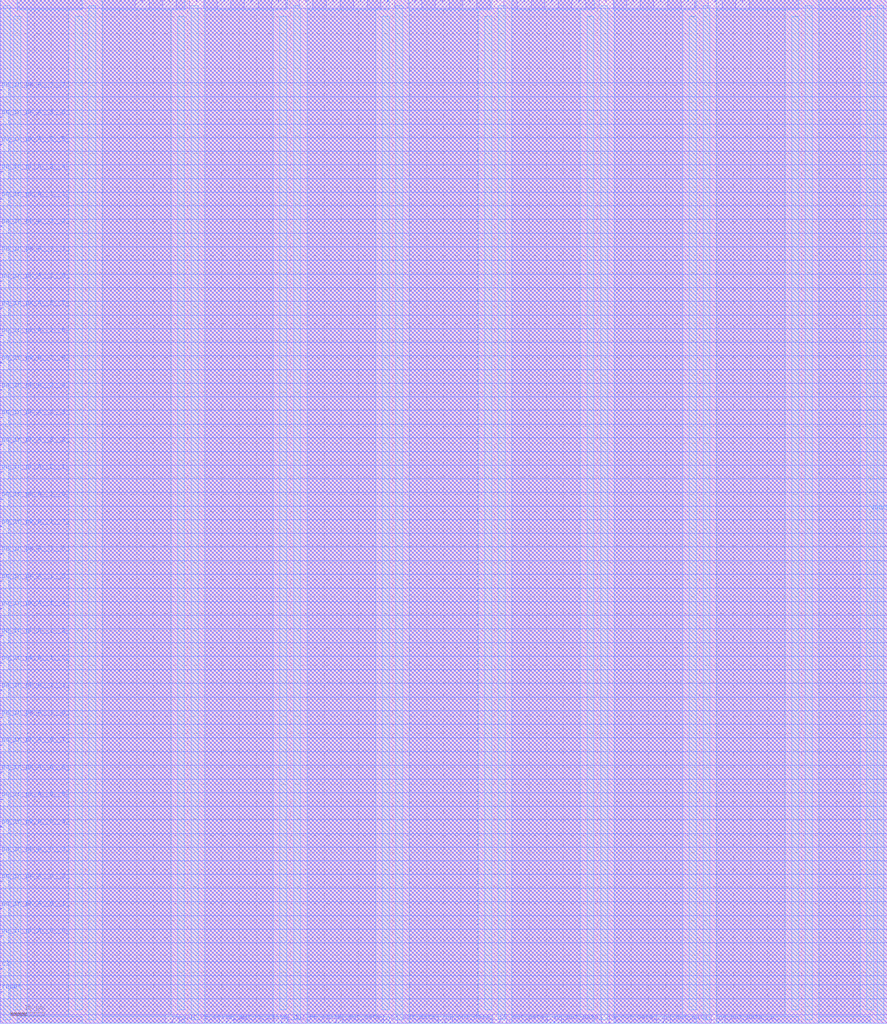
<source format=lef>
###############################################################
#  Generated by:      Cadence Innovus 21.14-s109_1
#  OS:                Linux x86_64(Host ID eecs2420p06.engin.umich.edu)
#  Generated on:      Sun Mar 26 16:31:44 2023
#  Design:            PE_POOL
#  Command:           write_lef_abstract /afs/umich.edu/class/eecs627/w23/groups/group4/CNN_LSTM/CNN_POOL_ReLU/apr/PE_POOL/data/PE_POOL.lef -specifyTopLayer 4 -stripePin -PGpinLayers 4
###############################################################

VERSION 5.8 ;

BUSBITCHARS "[]" ;
DIVIDERCHAR "/" ;

MACRO PE_POOL
  CLASS BLOCK ;
  SIZE 260.000000 BY 300.000000 ;
  FOREIGN PE_POOL 0.000000 0.000000 ;
  ORIGIN 0 0 ;
  SYMMETRY X Y R90 ;
  PIN clk
    DIRECTION INPUT ;
    USE SIGNAL ;
    ANTENNAPARTIALMETALAREA 1.54 LAYER M3  ;
    ANTENNAPARTIALMETALSIDEAREA 0.0158 LAYER M3  ;
    ANTENNAMODEL OXIDE1 ;
    ANTENNAGATEAREA 0.8352 LAYER M3  ;
    ANTENNAMAXAREACAR 2.83812 LAYER M3  ;
    ANTENNAMAXSIDEAREACAR 0.0291906 LAYER M3  ;
    ANTENNAMAXCUTCAR 0.143678 LAYER V3  ;
    PORT
      LAYER M3 ;
        RECT 0.000000 15.900000 0.600000 16.100000 ;
    END
  END clk
  PIN reset
    DIRECTION INPUT ;
    USE SIGNAL ;
    ANTENNAPARTIALMETALAREA 1.3 LAYER M3  ;
    ANTENNAPARTIALMETALSIDEAREA 0.0134 LAYER M3  ;
    ANTENNAMODEL OXIDE1 ;
    ANTENNAGATEAREA 0.4848 LAYER M3  ;
    ANTENNAMAXAREACAR 18.5759 LAYER M3  ;
    ANTENNAMAXSIDEAREACAR 0.186427 LAYER M3  ;
    ANTENNAMAXCUTCAR 0.330033 LAYER V3  ;
    PORT
      LAYER M3 ;
        RECT 0.000000 9.100000 0.600000 9.300000 ;
    END
  END reset
  PIN pe_in_pk_PE_state__2_
    DIRECTION INPUT ;
    USE SIGNAL ;
    ANTENNAPARTIALMETALAREA 5.1 LAYER M2  ;
    ANTENNAPARTIALMETALSIDEAREA 0.051 LAYER M2  ;
    ANTENNAMODEL OXIDE1 ;
    ANTENNAGATEAREA 0.0624 LAYER M2  ;
    ANTENNAMAXAREACAR 84.1667 LAYER M2  ;
    ANTENNAMAXSIDEAREACAR 0.842308 LAYER M2  ;
    ANTENNAMAXCUTCAR 0.641026 LAYER V2  ;
    PORT
      LAYER M2 ;
        RECT 57.500000 299.400000 57.700000 300.000000 ;
    END
  END pe_in_pk_PE_state__2_
  PIN pe_in_pk_PE_state__1_
    DIRECTION INPUT ;
    USE SIGNAL ;
    ANTENNAPARTIALMETALAREA 3.98 LAYER M2  ;
    ANTENNAPARTIALMETALSIDEAREA 0.0398 LAYER M2  ;
    ANTENNAPARTIALCUTAREA 0.08 LAYER V2  ;
    ANTENNAPARTIALMETALAREA 0.84 LAYER M3  ;
    ANTENNAPARTIALMETALSIDEAREA 0.0088 LAYER M3  ;
    ANTENNAMODEL OXIDE1 ;
    ANTENNAGATEAREA 0.0624 LAYER M3  ;
    ANTENNAMAXAREACAR 30.641 LAYER M3  ;
    ANTENNAMAXSIDEAREACAR 0.319872 LAYER M3  ;
    ANTENNAMAXCUTCAR 1.92308 LAYER V3  ;
    PORT
      LAYER M2 ;
        RECT 49.500000 299.400000 49.700000 300.000000 ;
    END
  END pe_in_pk_PE_state__1_
  PIN pe_in_pk_PE_state__0_
    DIRECTION INPUT ;
    USE SIGNAL ;
    ANTENNAPARTIALMETALAREA 3.26 LAYER M2  ;
    ANTENNAPARTIALMETALSIDEAREA 0.0326 LAYER M2  ;
    ANTENNAPARTIALCUTAREA 0.08 LAYER V2  ;
    ANTENNAPARTIALMETALAREA 0.92 LAYER M3  ;
    ANTENNAPARTIALMETALSIDEAREA 0.0096 LAYER M3  ;
    ANTENNAMODEL OXIDE1 ;
    ANTENNAGATEAREA 0.0624 LAYER M3  ;
    ANTENNAMAXAREACAR 57.5641 LAYER M3  ;
    ANTENNAMAXSIDEAREACAR 0.589103 LAYER M3  ;
    ANTENNAMAXCUTCAR 1.92308 LAYER V3  ;
    PORT
      LAYER M2 ;
        RECT 41.500000 299.400000 41.700000 300.000000 ;
    END
  END pe_in_pk_PE_state__0_
  PIN pe_in_pk_A__3__7_
    DIRECTION INPUT ;
    USE SIGNAL ;
    ANTENNAPARTIALMETALAREA 3.58 LAYER M3  ;
    ANTENNAPARTIALMETALSIDEAREA 0.0358 LAYER M3  ;
    ANTENNAMODEL OXIDE1 ;
    ANTENNAGATEAREA 0.0624 LAYER M3  ;
    ANTENNAMAXAREACAR 68.141 LAYER M3  ;
    ANTENNAMAXSIDEAREACAR 0.688462 LAYER M3  ;
    ANTENNAMAXCUTCAR 1.92308 LAYER V3  ;
    PORT
      LAYER M3 ;
        RECT 0.000000 273.500000 0.600000 273.700000 ;
    END
  END pe_in_pk_A__3__7_
  PIN pe_in_pk_A__3__6_
    DIRECTION INPUT ;
    USE SIGNAL ;
    ANTENNAPARTIALMETALAREA 2.54 LAYER M3  ;
    ANTENNAPARTIALMETALSIDEAREA 0.0254 LAYER M3  ;
    ANTENNAMODEL OXIDE1 ;
    ANTENNAGATEAREA 0.0624 LAYER M3  ;
    ANTENNAMAXAREACAR 48.9103 LAYER M3  ;
    ANTENNAMAXSIDEAREACAR 0.496154 LAYER M3  ;
    ANTENNAMAXCUTCAR 1.92308 LAYER V3  ;
    PORT
      LAYER M3 ;
        RECT 0.000000 265.500000 0.600000 265.700000 ;
    END
  END pe_in_pk_A__3__6_
  PIN pe_in_pk_A__3__5_
    DIRECTION INPUT ;
    USE SIGNAL ;
    ANTENNAPARTIALMETALAREA 2.14 LAYER M3  ;
    ANTENNAPARTIALMETALSIDEAREA 0.0214 LAYER M3  ;
    ANTENNAMODEL OXIDE1 ;
    ANTENNAGATEAREA 0.0624 LAYER M3  ;
    ANTENNAMAXAREACAR 39.9359 LAYER M3  ;
    ANTENNAMAXSIDEAREACAR 0.40641 LAYER M3  ;
    ANTENNAMAXCUTCAR 1.92308 LAYER V3  ;
    PORT
      LAYER M3 ;
        RECT 0.000000 257.500000 0.600000 257.700000 ;
    END
  END pe_in_pk_A__3__5_
  PIN pe_in_pk_A__3__4_
    DIRECTION INPUT ;
    USE SIGNAL ;
    ANTENNAPARTIALMETALAREA 2.06 LAYER M3  ;
    ANTENNAPARTIALMETALSIDEAREA 0.0206 LAYER M3  ;
    ANTENNAMODEL OXIDE1 ;
    ANTENNAGATEAREA 0.0624 LAYER M3  ;
    ANTENNAMAXAREACAR 37.3718 LAYER M3  ;
    ANTENNAMAXSIDEAREACAR 0.380769 LAYER M3  ;
    ANTENNAMAXCUTCAR 1.92308 LAYER V3  ;
    PORT
      LAYER M3 ;
        RECT 0.000000 249.500000 0.600000 249.700000 ;
    END
  END pe_in_pk_A__3__4_
  PIN pe_in_pk_A__3__3_
    DIRECTION INPUT ;
    USE SIGNAL ;
    ANTENNAPARTIALMETALAREA 1.82 LAYER M3  ;
    ANTENNAPARTIALMETALSIDEAREA 0.0182 LAYER M3  ;
    ANTENNAMODEL OXIDE1 ;
    ANTENNAGATEAREA 0.0624 LAYER M3  ;
    ANTENNAMAXAREACAR 34.8077 LAYER M3  ;
    ANTENNAMAXSIDEAREACAR 0.355128 LAYER M3  ;
    ANTENNAMAXCUTCAR 1.92308 LAYER V3  ;
    PORT
      LAYER M3 ;
        RECT 0.000000 241.500000 0.600000 241.700000 ;
    END
  END pe_in_pk_A__3__3_
  PIN pe_in_pk_A__3__2_
    DIRECTION INPUT ;
    USE SIGNAL ;
    ANTENNAPARTIALMETALAREA 2.06 LAYER M3  ;
    ANTENNAPARTIALMETALSIDEAREA 0.0206 LAYER M3  ;
    ANTENNAMODEL OXIDE1 ;
    ANTENNAGATEAREA 0.0624 LAYER M3  ;
    ANTENNAMAXAREACAR 41.2179 LAYER M3  ;
    ANTENNAMAXSIDEAREACAR 0.419231 LAYER M3  ;
    ANTENNAMAXCUTCAR 1.92308 LAYER V3  ;
    PORT
      LAYER M3 ;
        RECT 0.000000 233.500000 0.600000 233.700000 ;
    END
  END pe_in_pk_A__3__2_
  PIN pe_in_pk_A__3__1_
    DIRECTION INPUT ;
    USE SIGNAL ;
    ANTENNAPARTIALMETALAREA 2.14 LAYER M3  ;
    ANTENNAPARTIALMETALSIDEAREA 0.0214 LAYER M3  ;
    ANTENNAMODEL OXIDE1 ;
    ANTENNAGATEAREA 0.0624 LAYER M3  ;
    ANTENNAMAXAREACAR 38.6538 LAYER M3  ;
    ANTENNAMAXSIDEAREACAR 0.39359 LAYER M3  ;
    ANTENNAMAXCUTCAR 1.92308 LAYER V3  ;
    PORT
      LAYER M3 ;
        RECT 0.000000 225.500000 0.600000 225.700000 ;
    END
  END pe_in_pk_A__3__1_
  PIN pe_in_pk_A__3__0_
    DIRECTION INPUT ;
    USE SIGNAL ;
    ANTENNAPARTIALMETALAREA 2.06 LAYER M3  ;
    ANTENNAPARTIALMETALSIDEAREA 0.0206 LAYER M3  ;
    ANTENNAMODEL OXIDE1 ;
    ANTENNAGATEAREA 0.0624 LAYER M3  ;
    ANTENNAMAXAREACAR 46.3462 LAYER M3  ;
    ANTENNAMAXSIDEAREACAR 0.470513 LAYER M3  ;
    ANTENNAMAXCUTCAR 1.92308 LAYER V3  ;
    PORT
      LAYER M3 ;
        RECT 0.000000 217.500000 0.600000 217.700000 ;
    END
  END pe_in_pk_A__3__0_
  PIN pe_in_pk_A__2__7_
    DIRECTION INPUT ;
    USE SIGNAL ;
    ANTENNAPARTIALMETALAREA 1.82 LAYER M3  ;
    ANTENNAPARTIALMETALSIDEAREA 0.0182 LAYER M3  ;
    ANTENNAMODEL OXIDE1 ;
    ANTENNAGATEAREA 0.0624 LAYER M3  ;
    ANTENNAMAXAREACAR 42.5 LAYER M3  ;
    ANTENNAMAXSIDEAREACAR 0.432051 LAYER M3  ;
    ANTENNAMAXCUTCAR 1.92308 LAYER V3  ;
    PORT
      LAYER M3 ;
        RECT 0.000000 209.500000 0.600000 209.700000 ;
    END
  END pe_in_pk_A__2__7_
  PIN pe_in_pk_A__2__6_
    DIRECTION INPUT ;
    USE SIGNAL ;
    ANTENNAPARTIALMETALAREA 1.58 LAYER M3  ;
    ANTENNAPARTIALMETALSIDEAREA 0.0158 LAYER M3  ;
    ANTENNAMODEL OXIDE1 ;
    ANTENNAGATEAREA 0.0624 LAYER M3  ;
    ANTENNAMAXAREACAR 38.6538 LAYER M3  ;
    ANTENNAMAXSIDEAREACAR 0.39359 LAYER M3  ;
    ANTENNAMAXCUTCAR 1.92308 LAYER V3  ;
    PORT
      LAYER M3 ;
        RECT 0.000000 201.500000 0.600000 201.700000 ;
    END
  END pe_in_pk_A__2__6_
  PIN pe_in_pk_A__2__5_
    DIRECTION INPUT ;
    USE SIGNAL ;
    ANTENNAPARTIALMETALAREA 1.74 LAYER M3  ;
    ANTENNAPARTIALMETALSIDEAREA 0.0174 LAYER M3  ;
    ANTENNAMODEL OXIDE1 ;
    ANTENNAGATEAREA 0.0624 LAYER M3  ;
    ANTENNAMAXAREACAR 38.6538 LAYER M3  ;
    ANTENNAMAXSIDEAREACAR 0.39359 LAYER M3  ;
    ANTENNAMAXCUTCAR 1.92308 LAYER V3  ;
    PORT
      LAYER M3 ;
        RECT 0.000000 193.500000 0.600000 193.700000 ;
    END
  END pe_in_pk_A__2__5_
  PIN pe_in_pk_A__2__4_
    DIRECTION INPUT ;
    USE SIGNAL ;
    ANTENNAPARTIALMETALAREA 1.9 LAYER M3  ;
    ANTENNAPARTIALMETALSIDEAREA 0.019 LAYER M3  ;
    ANTENNAMODEL OXIDE1 ;
    ANTENNAGATEAREA 0.0624 LAYER M3  ;
    ANTENNAMAXAREACAR 36.0897 LAYER M3  ;
    ANTENNAMAXSIDEAREACAR 0.367949 LAYER M3  ;
    ANTENNAMAXCUTCAR 1.92308 LAYER V3  ;
    PORT
      LAYER M3 ;
        RECT 0.000000 185.500000 0.600000 185.700000 ;
    END
  END pe_in_pk_A__2__4_
  PIN pe_in_pk_A__2__3_
    DIRECTION INPUT ;
    USE SIGNAL ;
    ANTENNAPARTIALMETALAREA 1.66 LAYER M3  ;
    ANTENNAPARTIALMETALSIDEAREA 0.0166 LAYER M3  ;
    ANTENNAMODEL OXIDE1 ;
    ANTENNAGATEAREA 0.0624 LAYER M3  ;
    ANTENNAMAXAREACAR 38.6538 LAYER M3  ;
    ANTENNAMAXSIDEAREACAR 0.39359 LAYER M3  ;
    ANTENNAMAXCUTCAR 1.92308 LAYER V3  ;
    PORT
      LAYER M3 ;
        RECT 0.000000 177.500000 0.600000 177.700000 ;
    END
  END pe_in_pk_A__2__3_
  PIN pe_in_pk_A__2__2_
    DIRECTION INPUT ;
    USE SIGNAL ;
    ANTENNAPARTIALMETALAREA 1.66 LAYER M3  ;
    ANTENNAPARTIALMETALSIDEAREA 0.0166 LAYER M3  ;
    ANTENNAMODEL OXIDE1 ;
    ANTENNAGATEAREA 0.0624 LAYER M3  ;
    ANTENNAMAXAREACAR 32.2436 LAYER M3  ;
    ANTENNAMAXSIDEAREACAR 0.329487 LAYER M3  ;
    ANTENNAMAXCUTCAR 1.92308 LAYER V3  ;
    PORT
      LAYER M3 ;
        RECT 0.000000 169.500000 0.600000 169.700000 ;
    END
  END pe_in_pk_A__2__2_
  PIN pe_in_pk_A__2__1_
    DIRECTION INPUT ;
    USE SIGNAL ;
    ANTENNAPARTIALMETALAREA 1.66 LAYER M3  ;
    ANTENNAPARTIALMETALSIDEAREA 0.0166 LAYER M3  ;
    ANTENNAMODEL OXIDE1 ;
    ANTENNAGATEAREA 0.0624 LAYER M3  ;
    ANTENNAMAXAREACAR 34.8077 LAYER M3  ;
    ANTENNAMAXSIDEAREACAR 0.355128 LAYER M3  ;
    ANTENNAMAXCUTCAR 1.92308 LAYER V3  ;
    PORT
      LAYER M3 ;
        RECT 0.000000 161.500000 0.600000 161.700000 ;
    END
  END pe_in_pk_A__2__1_
  PIN pe_in_pk_A__2__0_
    DIRECTION INPUT ;
    USE SIGNAL ;
    ANTENNAPARTIALMETALAREA 1.66 LAYER M3  ;
    ANTENNAPARTIALMETALSIDEAREA 0.0166 LAYER M3  ;
    ANTENNAMODEL OXIDE1 ;
    ANTENNAGATEAREA 0.0624 LAYER M3  ;
    ANTENNAMAXAREACAR 37.3718 LAYER M3  ;
    ANTENNAMAXSIDEAREACAR 0.380769 LAYER M3  ;
    ANTENNAMAXCUTCAR 1.92308 LAYER V3  ;
    PORT
      LAYER M3 ;
        RECT 0.000000 153.500000 0.600000 153.700000 ;
    END
  END pe_in_pk_A__2__0_
  PIN pe_in_pk_A__1__7_
    DIRECTION INPUT ;
    USE SIGNAL ;
    ANTENNAPARTIALMETALAREA 1.42 LAYER M3  ;
    ANTENNAPARTIALMETALSIDEAREA 0.0142 LAYER M3  ;
    ANTENNAMODEL OXIDE1 ;
    ANTENNAGATEAREA 0.0624 LAYER M3  ;
    ANTENNAMAXAREACAR 39.9359 LAYER M3  ;
    ANTENNAMAXSIDEAREACAR 0.40641 LAYER M3  ;
    ANTENNAMAXCUTCAR 1.92308 LAYER V3  ;
    PORT
      LAYER M3 ;
        RECT 0.000000 145.500000 0.600000 145.700000 ;
    END
  END pe_in_pk_A__1__7_
  PIN pe_in_pk_A__1__6_
    DIRECTION INPUT ;
    USE SIGNAL ;
    ANTENNAPARTIALMETALAREA 1.5 LAYER M3  ;
    ANTENNAPARTIALMETALSIDEAREA 0.015 LAYER M3  ;
    ANTENNAPARTIALCUTAREA 0.08 LAYER V3  ;
    ANTENNAPARTIALMETALAREA 0.28 LAYER M4  ;
    ANTENNAPARTIALMETALSIDEAREA 0.0032 LAYER M4  ;
    ANTENNAMODEL OXIDE1 ;
    ANTENNAGATEAREA 0.0624 LAYER M4  ;
    ANTENNAMAXAREACAR 36.4103 LAYER M4  ;
    ANTENNAMAXSIDEAREACAR 0.383974 LAYER M4  ;
    ANTENNAMAXCUTCAR 3.20513 LAYER V4  ;
    PORT
      LAYER M3 ;
        RECT 0.000000 137.500000 0.600000 137.700000 ;
    END
  END pe_in_pk_A__1__6_
  PIN pe_in_pk_A__1__5_
    DIRECTION INPUT ;
    USE SIGNAL ;
    ANTENNAPARTIALMETALAREA 1.74 LAYER M3  ;
    ANTENNAPARTIALMETALSIDEAREA 0.0174 LAYER M3  ;
    ANTENNAMODEL OXIDE1 ;
    ANTENNAGATEAREA 0.0624 LAYER M3  ;
    ANTENNAMAXAREACAR 47.6282 LAYER M3  ;
    ANTENNAMAXSIDEAREACAR 0.483333 LAYER M3  ;
    ANTENNAMAXCUTCAR 1.92308 LAYER V3  ;
    PORT
      LAYER M3 ;
        RECT 0.000000 129.500000 0.600000 129.700000 ;
    END
  END pe_in_pk_A__1__5_
  PIN pe_in_pk_A__1__4_
    DIRECTION INPUT ;
    USE SIGNAL ;
    ANTENNAPARTIALMETALAREA 1.74 LAYER M3  ;
    ANTENNAPARTIALMETALSIDEAREA 0.0174 LAYER M3  ;
    ANTENNAMODEL OXIDE1 ;
    ANTENNAGATEAREA 0.0624 LAYER M3  ;
    ANTENNAMAXAREACAR 45.0641 LAYER M3  ;
    ANTENNAMAXSIDEAREACAR 0.457692 LAYER M3  ;
    ANTENNAMAXCUTCAR 1.92308 LAYER V3  ;
    PORT
      LAYER M3 ;
        RECT 0.000000 121.500000 0.600000 121.700000 ;
    END
  END pe_in_pk_A__1__4_
  PIN pe_in_pk_A__1__3_
    DIRECTION INPUT ;
    USE SIGNAL ;
    ANTENNAPARTIALMETALAREA 1.74 LAYER M3  ;
    ANTENNAPARTIALMETALSIDEAREA 0.0174 LAYER M3  ;
    ANTENNAMODEL OXIDE1 ;
    ANTENNAGATEAREA 0.0624 LAYER M3  ;
    ANTENNAMAXAREACAR 33.5256 LAYER M3  ;
    ANTENNAMAXSIDEAREACAR 0.342308 LAYER M3  ;
    ANTENNAMAXCUTCAR 1.92308 LAYER V3  ;
    PORT
      LAYER M3 ;
        RECT 0.000000 113.500000 0.600000 113.700000 ;
    END
  END pe_in_pk_A__1__3_
  PIN pe_in_pk_A__1__2_
    DIRECTION INPUT ;
    USE SIGNAL ;
    ANTENNAPARTIALMETALAREA 1.82 LAYER M3  ;
    ANTENNAPARTIALMETALSIDEAREA 0.0182 LAYER M3  ;
    ANTENNAMODEL OXIDE1 ;
    ANTENNAGATEAREA 0.0624 LAYER M3  ;
    ANTENNAMAXAREACAR 56.6026 LAYER M3  ;
    ANTENNAMAXSIDEAREACAR 0.573077 LAYER M3  ;
    ANTENNAMAXCUTCAR 1.92308 LAYER V3  ;
    PORT
      LAYER M3 ;
        RECT 0.000000 105.500000 0.600000 105.700000 ;
    END
  END pe_in_pk_A__1__2_
  PIN pe_in_pk_A__1__1_
    DIRECTION INPUT ;
    USE SIGNAL ;
    ANTENNAPARTIALMETALAREA 1.74 LAYER M3  ;
    ANTENNAPARTIALMETALSIDEAREA 0.0174 LAYER M3  ;
    ANTENNAMODEL OXIDE1 ;
    ANTENNAGATEAREA 0.0624 LAYER M3  ;
    ANTENNAMAXAREACAR 52.7564 LAYER M3  ;
    ANTENNAMAXSIDEAREACAR 0.534615 LAYER M3  ;
    ANTENNAMAXCUTCAR 1.28205 LAYER V3  ;
    PORT
      LAYER M3 ;
        RECT 0.000000 97.500000 0.600000 97.700000 ;
    END
  END pe_in_pk_A__1__1_
  PIN pe_in_pk_A__1__0_
    DIRECTION INPUT ;
    USE SIGNAL ;
    ANTENNAPARTIALMETALAREA 1.5 LAYER M3  ;
    ANTENNAPARTIALMETALSIDEAREA 0.015 LAYER M3  ;
    ANTENNAMODEL OXIDE1 ;
    ANTENNAGATEAREA 0.0624 LAYER M3  ;
    ANTENNAMAXAREACAR 32.2436 LAYER M3  ;
    ANTENNAMAXSIDEAREACAR 0.329487 LAYER M3  ;
    ANTENNAMAXCUTCAR 1.92308 LAYER V3  ;
    PORT
      LAYER M3 ;
        RECT 0.000000 89.500000 0.600000 89.700000 ;
    END
  END pe_in_pk_A__1__0_
  PIN pe_in_pk_A__0__7_
    DIRECTION INPUT ;
    USE SIGNAL ;
    ANTENNAPARTIALMETALAREA 1.82 LAYER M3  ;
    ANTENNAPARTIALMETALSIDEAREA 0.0182 LAYER M3  ;
    ANTENNAMODEL OXIDE1 ;
    ANTENNAGATEAREA 0.0624 LAYER M3  ;
    ANTENNAMAXAREACAR 50.1923 LAYER M3  ;
    ANTENNAMAXSIDEAREACAR 0.508974 LAYER M3  ;
    ANTENNAMAXCUTCAR 1.28205 LAYER V3  ;
    PORT
      LAYER M3 ;
        RECT 0.000000 81.500000 0.600000 81.700000 ;
    END
  END pe_in_pk_A__0__7_
  PIN pe_in_pk_A__0__6_
    DIRECTION INPUT ;
    USE SIGNAL ;
    ANTENNAPARTIALMETALAREA 1.78 LAYER M3  ;
    ANTENNAPARTIALMETALSIDEAREA 0.0182 LAYER M3  ;
    ANTENNAMODEL OXIDE1 ;
    ANTENNAGATEAREA 0.0624 LAYER M3  ;
    ANTENNAMAXAREACAR 32.8846 LAYER M3  ;
    ANTENNAMAXSIDEAREACAR 0.342308 LAYER M3  ;
    ANTENNAMAXCUTCAR 1.92308 LAYER V3  ;
    PORT
      LAYER M3 ;
        RECT 0.000000 73.500000 0.600000 73.700000 ;
    END
  END pe_in_pk_A__0__6_
  PIN pe_in_pk_A__0__5_
    DIRECTION INPUT ;
    USE SIGNAL ;
    ANTENNAPARTIALMETALAREA 1.66 LAYER M3  ;
    ANTENNAPARTIALMETALSIDEAREA 0.0166 LAYER M3  ;
    ANTENNAPARTIALCUTAREA 0.08 LAYER V3  ;
    ANTENNAPARTIALMETALAREA 0.68 LAYER M4  ;
    ANTENNAPARTIALMETALSIDEAREA 0.0072 LAYER M4  ;
    ANTENNAMODEL OXIDE1 ;
    ANTENNAGATEAREA 0.0624 LAYER M4  ;
    ANTENNAMAXAREACAR 17.1795 LAYER M4  ;
    ANTENNAMAXSIDEAREACAR 0.191667 LAYER M4  ;
    ANTENNAMAXCUTCAR 3.20513 LAYER V4  ;
    PORT
      LAYER M3 ;
        RECT 0.000000 65.500000 0.600000 65.700000 ;
    END
  END pe_in_pk_A__0__5_
  PIN pe_in_pk_A__0__4_
    DIRECTION INPUT ;
    USE SIGNAL ;
    ANTENNAPARTIALMETALAREA 1.5 LAYER M3  ;
    ANTENNAPARTIALMETALSIDEAREA 0.015 LAYER M3  ;
    ANTENNAMODEL OXIDE1 ;
    ANTENNAGATEAREA 0.0624 LAYER M3  ;
    ANTENNAMAXAREACAR 36.0897 LAYER M3  ;
    ANTENNAMAXSIDEAREACAR 0.367949 LAYER M3  ;
    ANTENNAMAXCUTCAR 1.92308 LAYER V3  ;
    PORT
      LAYER M3 ;
        RECT 0.000000 57.500000 0.600000 57.700000 ;
    END
  END pe_in_pk_A__0__4_
  PIN pe_in_pk_A__0__3_
    DIRECTION INPUT ;
    USE SIGNAL ;
    ANTENNAPARTIALMETALAREA 2.14 LAYER M3  ;
    ANTENNAPARTIALMETALSIDEAREA 0.0214 LAYER M3  ;
    ANTENNAMODEL OXIDE1 ;
    ANTENNAGATEAREA 0.0624 LAYER M3  ;
    ANTENNAMAXAREACAR 42.5 LAYER M3  ;
    ANTENNAMAXSIDEAREACAR 0.432051 LAYER M3  ;
    ANTENNAMAXCUTCAR 1.92308 LAYER V3  ;
    PORT
      LAYER M3 ;
        RECT 0.000000 49.500000 0.600000 49.700000 ;
    END
  END pe_in_pk_A__0__3_
  PIN pe_in_pk_A__0__2_
    DIRECTION INPUT ;
    USE SIGNAL ;
    ANTENNAPARTIALMETALAREA 1.66 LAYER M3  ;
    ANTENNAPARTIALMETALSIDEAREA 0.0166 LAYER M3  ;
    ANTENNAMODEL OXIDE1 ;
    ANTENNAGATEAREA 0.0624 LAYER M3  ;
    ANTENNAMAXAREACAR 32.2436 LAYER M3  ;
    ANTENNAMAXSIDEAREACAR 0.329487 LAYER M3  ;
    ANTENNAMAXCUTCAR 1.92308 LAYER V3  ;
    PORT
      LAYER M3 ;
        RECT 0.000000 41.500000 0.600000 41.700000 ;
    END
  END pe_in_pk_A__0__2_
  PIN pe_in_pk_A__0__1_
    DIRECTION INPUT ;
    USE SIGNAL ;
    ANTENNAPARTIALMETALAREA 1.58 LAYER M3  ;
    ANTENNAPARTIALMETALSIDEAREA 0.0158 LAYER M3  ;
    ANTENNAMODEL OXIDE1 ;
    ANTENNAGATEAREA 0.0624 LAYER M3  ;
    ANTENNAMAXAREACAR 29.6795 LAYER M3  ;
    ANTENNAMAXSIDEAREACAR 0.303846 LAYER M3  ;
    ANTENNAMAXCUTCAR 1.92308 LAYER V3  ;
    PORT
      LAYER M3 ;
        RECT 0.000000 33.500000 0.600000 33.700000 ;
    END
  END pe_in_pk_A__0__1_
  PIN pe_in_pk_A__0__0_
    DIRECTION INPUT ;
    USE SIGNAL ;
    ANTENNAPARTIALMETALAREA 1.66 LAYER M3  ;
    ANTENNAPARTIALMETALSIDEAREA 0.0166 LAYER M3  ;
    ANTENNAMODEL OXIDE1 ;
    ANTENNAGATEAREA 0.0624 LAYER M3  ;
    ANTENNAMAXAREACAR 46.3462 LAYER M3  ;
    ANTENNAMAXSIDEAREACAR 0.470513 LAYER M3  ;
    ANTENNAMAXCUTCAR 1.92308 LAYER V3  ;
    PORT
      LAYER M3 ;
        RECT 0.000000 25.500000 0.600000 25.700000 ;
    END
  END pe_in_pk_A__0__0_
  PIN pe_in_pk_wrb_data__7_
    DIRECTION INPUT ;
    USE SIGNAL ;
    ANTENNAPARTIALMETALAREA 5.74 LAYER M2  ;
    ANTENNAPARTIALMETALSIDEAREA 0.0574 LAYER M2  ;
    ANTENNAPARTIALCUTAREA 0.08 LAYER V2  ;
    ANTENNAPARTIALMETALAREA 5 LAYER M3  ;
    ANTENNAPARTIALMETALSIDEAREA 0.0504 LAYER M3  ;
    ANTENNAMODEL OXIDE1 ;
    ANTENNAGATEAREA 0.1272 LAYER M3  ;
    ANTENNAMAXAREACAR 43.1447 LAYER M3  ;
    ANTENNAMAXSIDEAREACAR 0.437736 LAYER M3  ;
    ANTENNAMAXCUTCAR 1.25786 LAYER V3  ;
    PORT
      LAYER M2 ;
        RECT 217.500000 299.400000 217.700000 300.000000 ;
    END
  END pe_in_pk_wrb_data__7_
  PIN pe_in_pk_wrb_data__6_
    DIRECTION INPUT ;
    USE SIGNAL ;
    ANTENNAPARTIALMETALAREA 3.34 LAYER M2  ;
    ANTENNAPARTIALMETALSIDEAREA 0.0334 LAYER M2  ;
    ANTENNAPARTIALCUTAREA 0.08 LAYER V2  ;
    ANTENNAPARTIALMETALAREA 3.64 LAYER M3  ;
    ANTENNAPARTIALMETALSIDEAREA 0.0368 LAYER M3  ;
    ANTENNAMODEL OXIDE1 ;
    ANTENNAGATEAREA 0.0624 LAYER M3  ;
    ANTENNAMAXAREACAR 62.6923 LAYER M3  ;
    ANTENNAMAXSIDEAREACAR 0.640385 LAYER M3  ;
    ANTENNAMAXCUTCAR 1.92308 LAYER V3  ;
    PORT
      LAYER M2 ;
        RECT 209.500000 299.400000 209.700000 300.000000 ;
    END
  END pe_in_pk_wrb_data__6_
  PIN pe_in_pk_wrb_data__5_
    DIRECTION INPUT ;
    USE SIGNAL ;
    ANTENNAPARTIALMETALAREA 7.42 LAYER M2  ;
    ANTENNAPARTIALMETALSIDEAREA 0.0742 LAYER M2  ;
    ANTENNAPARTIALCUTAREA 0.08 LAYER V2  ;
    ANTENNAPARTIALMETALAREA 1.8 LAYER M3  ;
    ANTENNAPARTIALMETALSIDEAREA 0.0184 LAYER M3  ;
    ANTENNAMODEL OXIDE1 ;
    ANTENNAGATEAREA 0.1272 LAYER M3  ;
    ANTENNAMAXAREACAR 18.6164 LAYER M3  ;
    ANTENNAMAXSIDEAREACAR 0.192453 LAYER M3  ;
    ANTENNAMAXCUTCAR 1.25786 LAYER V3  ;
    PORT
      LAYER M2 ;
        RECT 201.500000 299.400000 201.700000 300.000000 ;
    END
  END pe_in_pk_wrb_data__5_
  PIN pe_in_pk_wrb_data__4_
    DIRECTION INPUT ;
    USE SIGNAL ;
    ANTENNAPARTIALMETALAREA 6.48 LAYER M2  ;
    ANTENNAPARTIALMETALSIDEAREA 0.0648 LAYER M2  ;
    ANTENNAMODEL OXIDE1 ;
    ANTENNAGATEAREA 0.0624 LAYER M2  ;
    ANTENNAMAXAREACAR 106.282 LAYER M2  ;
    ANTENNAMAXSIDEAREACAR 1.06346 LAYER M2  ;
    ANTENNAMAXCUTCAR 0.641026 LAYER V2  ;
    PORT
      LAYER M2 ;
        RECT 193.500000 299.400000 193.700000 300.000000 ;
    END
  END pe_in_pk_wrb_data__4_
  PIN pe_in_pk_wrb_data__3_
    DIRECTION INPUT ;
    USE SIGNAL ;
    ANTENNAPARTIALMETALAREA 3.42 LAYER M2  ;
    ANTENNAPARTIALMETALSIDEAREA 0.0342 LAYER M2  ;
    ANTENNAMODEL OXIDE1 ;
    ANTENNAGATEAREA 0.0624 LAYER M2  ;
    ANTENNAMAXAREACAR 57.2436 LAYER M2  ;
    ANTENNAMAXSIDEAREACAR 0.573077 LAYER M2  ;
    ANTENNAMAXCUTCAR 0.641026 LAYER V2  ;
    PORT
      LAYER M2 ;
        RECT 185.500000 299.400000 185.700000 300.000000 ;
    END
  END pe_in_pk_wrb_data__3_
  PIN pe_in_pk_wrb_data__2_
    DIRECTION INPUT ;
    USE SIGNAL ;
    ANTENNAPARTIALMETALAREA 1.5 LAYER M2  ;
    ANTENNAPARTIALMETALSIDEAREA 0.015 LAYER M2  ;
    ANTENNAPARTIALCUTAREA 0.08 LAYER V2  ;
    ANTENNAPARTIALMETALAREA 0.6 LAYER M3  ;
    ANTENNAPARTIALMETALSIDEAREA 0.0064 LAYER M3  ;
    ANTENNAPARTIALCUTAREA 0.08 LAYER V3  ;
    ANTENNAPARTIALMETALAREA 7.72 LAYER M4  ;
    ANTENNAPARTIALMETALSIDEAREA 0.0776 LAYER M4  ;
    ANTENNAMODEL OXIDE1 ;
    ANTENNAGATEAREA 0.0624 LAYER M4  ;
    ANTENNAMAXAREACAR 130 LAYER M4  ;
    ANTENNAMAXSIDEAREACAR 1.31987 LAYER M4  ;
    ANTENNAMAXCUTCAR 3.20513 LAYER V4  ;
    PORT
      LAYER M2 ;
        RECT 177.500000 299.400000 177.700000 300.000000 ;
    END
  END pe_in_pk_wrb_data__2_
  PIN pe_in_pk_wrb_data__1_
    DIRECTION INPUT ;
    USE SIGNAL ;
    ANTENNAPARTIALMETALAREA 2.78 LAYER M2  ;
    ANTENNAPARTIALMETALSIDEAREA 0.0278 LAYER M2  ;
    ANTENNAPARTIALCUTAREA 0.08 LAYER V2  ;
    ANTENNAPARTIALMETALAREA 0.2 LAYER M3  ;
    ANTENNAPARTIALMETALSIDEAREA 0.0024 LAYER M3  ;
    ANTENNAPARTIALCUTAREA 0.08 LAYER V3  ;
    ANTENNAPARTIALMETALAREA 7.88 LAYER M4  ;
    ANTENNAPARTIALMETALSIDEAREA 0.0792 LAYER M4  ;
    ANTENNAMODEL OXIDE1 ;
    ANTENNAGATEAREA 0.0624 LAYER M4  ;
    ANTENNAMAXAREACAR 132.564 LAYER M4  ;
    ANTENNAMAXSIDEAREACAR 1.34551 LAYER M4  ;
    ANTENNAMAXCUTCAR 3.20513 LAYER V4  ;
    PORT
      LAYER M2 ;
        RECT 169.500000 299.400000 169.700000 300.000000 ;
    END
  END pe_in_pk_wrb_data__1_
  PIN pe_in_pk_wrb_data__0_
    DIRECTION INPUT ;
    USE SIGNAL ;
    ANTENNAPARTIALMETALAREA 3.5 LAYER M2  ;
    ANTENNAPARTIALMETALSIDEAREA 0.035 LAYER M2  ;
    ANTENNAPARTIALCUTAREA 0.08 LAYER V2  ;
    ANTENNAPARTIALMETALAREA 1.32 LAYER M3  ;
    ANTENNAPARTIALMETALSIDEAREA 0.0136 LAYER M3  ;
    ANTENNAPARTIALCUTAREA 0.08 LAYER V3  ;
    ANTENNAPARTIALMETALAREA 8.76 LAYER M4  ;
    ANTENNAPARTIALMETALSIDEAREA 0.088 LAYER M4  ;
    ANTENNAMODEL OXIDE1 ;
    ANTENNAGATEAREA 0.1272 LAYER M4  ;
    ANTENNAMAXAREACAR 79.3082 LAYER M4  ;
    ANTENNAMAXSIDEAREACAR 0.802516 LAYER M4  ;
    ANTENNAMAXCUTCAR 1.88679 LAYER V4  ;
    PORT
      LAYER M2 ;
        RECT 161.500000 299.400000 161.700000 300.000000 ;
    END
  END pe_in_pk_wrb_data__0_
  PIN pe_in_pk_wrb_addr__3_
    DIRECTION INPUT ;
    USE SIGNAL ;
    ANTENNAPARTIALMETALAREA 0.16 LAYER M2  ;
    ANTENNAPARTIALMETALSIDEAREA 0.0016 LAYER M2  ;
    ANTENNAPARTIALCUTAREA 0.08 LAYER V2  ;
    ANTENNAPARTIALMETALAREA 4.12 LAYER M3  ;
    ANTENNAPARTIALMETALSIDEAREA 0.0416 LAYER M3  ;
    ANTENNAPARTIALCUTAREA 0.08 LAYER V3  ;
    ANTENNAPARTIALMETALAREA 14.92 LAYER M4  ;
    ANTENNAPARTIALMETALSIDEAREA 0.1496 LAYER M4  ;
    ANTENNAMODEL OXIDE1 ;
    ANTENNAGATEAREA 0.5592 LAYER M4  ;
    ANTENNAMAXAREACAR 30.7524 LAYER M4  ;
    ANTENNAMAXSIDEAREACAR 0.309317 LAYER M4  ;
    ANTENNAMAXCUTCAR 0.589153 LAYER V4  ;
    PORT
      LAYER M2 ;
        RECT 153.500000 299.400000 153.700000 300.000000 ;
    END
  END pe_in_pk_wrb_addr__3_
  PIN pe_in_pk_wrb_addr__2_
    DIRECTION INPUT ;
    USE SIGNAL ;
    ANTENNAPARTIALMETALAREA 2.46 LAYER M2  ;
    ANTENNAPARTIALMETALSIDEAREA 0.0246 LAYER M2  ;
    ANTENNAPARTIALCUTAREA 0.08 LAYER V2  ;
    ANTENNAPARTIALMETALAREA 0.84 LAYER M3  ;
    ANTENNAPARTIALMETALSIDEAREA 0.0088 LAYER M3  ;
    ANTENNAPARTIALCUTAREA 0.08 LAYER V3  ;
    ANTENNAPARTIALMETALAREA 12.52 LAYER M4  ;
    ANTENNAPARTIALMETALSIDEAREA 0.1256 LAYER M4  ;
    ANTENNAMODEL OXIDE1 ;
    ANTENNAGATEAREA 0.7536 LAYER M4  ;
    ANTENNAMAXAREACAR 22.6146 LAYER M4  ;
    ANTENNAMAXSIDEAREACAR 0.22642 LAYER M4  ;
    ANTENNAMAXCUTCAR 1.33165 LAYER V4  ;
    PORT
      LAYER M2 ;
        RECT 145.500000 299.400000 145.700000 300.000000 ;
    END
  END pe_in_pk_wrb_addr__2_
  PIN pe_in_pk_wrb_addr__1_
    DIRECTION INPUT ;
    USE SIGNAL ;
    ANTENNAPARTIALMETALAREA 2.54 LAYER M2  ;
    ANTENNAPARTIALMETALSIDEAREA 0.0254 LAYER M2  ;
    ANTENNAPARTIALCUTAREA 0.08 LAYER V2  ;
    ANTENNAPARTIALMETALAREA 0.6 LAYER M3  ;
    ANTENNAPARTIALMETALSIDEAREA 0.0064 LAYER M3  ;
    ANTENNAPARTIALCUTAREA 0.08 LAYER V3  ;
    ANTENNAPARTIALMETALAREA 11.88 LAYER M4  ;
    ANTENNAPARTIALMETALSIDEAREA 0.1192 LAYER M4  ;
    ANTENNAMODEL OXIDE1 ;
    ANTENNAGATEAREA 0.9936 LAYER M4  ;
    ANTENNAMAXAREACAR 20.7069 LAYER M4  ;
    ANTENNAMAXSIDEAREACAR 0.210811 LAYER M4  ;
    ANTENNAMAXCUTCAR 1.06091 LAYER V4  ;
    PORT
      LAYER M2 ;
        RECT 137.500000 299.400000 137.700000 300.000000 ;
    END
  END pe_in_pk_wrb_addr__1_
  PIN pe_in_pk_wrb_addr__0_
    DIRECTION INPUT ;
    USE SIGNAL ;
    ANTENNAPARTIALMETALAREA 2.46 LAYER M2  ;
    ANTENNAPARTIALMETALSIDEAREA 0.0246 LAYER M2  ;
    ANTENNAPARTIALCUTAREA 0.08 LAYER V2  ;
    ANTENNAPARTIALMETALAREA 1.4 LAYER M3  ;
    ANTENNAPARTIALMETALSIDEAREA 0.0144 LAYER M3  ;
    ANTENNAPARTIALCUTAREA 0.08 LAYER V3  ;
    ANTENNAPARTIALMETALAREA 12.84 LAYER M4  ;
    ANTENNAPARTIALMETALSIDEAREA 0.1288 LAYER M4  ;
    ANTENNAMODEL OXIDE1 ;
    ANTENNAGATEAREA 0.7536 LAYER M4  ;
    ANTENNAMAXAREACAR 26.4289 LAYER M4  ;
    ANTENNAMAXSIDEAREACAR 0.265337 LAYER M4  ;
    ANTENNAMAXCUTCAR 1.33165 LAYER V4  ;
    PORT
      LAYER M2 ;
        RECT 129.500000 299.400000 129.700000 300.000000 ;
    END
  END pe_in_pk_wrb_addr__0_
  PIN pe_in_pk_wrb__3_
    DIRECTION INPUT ;
    USE SIGNAL ;
    ANTENNAPARTIALMETALAREA 2.46 LAYER M2  ;
    ANTENNAPARTIALMETALSIDEAREA 0.0246 LAYER M2  ;
    ANTENNAPARTIALCUTAREA 0.08 LAYER V2  ;
    ANTENNAPARTIALMETALAREA 0.12 LAYER M3  ;
    ANTENNAPARTIALMETALSIDEAREA 0.0016 LAYER M3  ;
    ANTENNAPARTIALCUTAREA 0.08 LAYER V3  ;
    ANTENNAPARTIALMETALAREA 13 LAYER M4  ;
    ANTENNAPARTIALMETALSIDEAREA 0.1304 LAYER M4  ;
    ANTENNAMODEL OXIDE1 ;
    ANTENNAGATEAREA 0.1488 LAYER M4  ;
    ANTENNAMAXAREACAR 94.7399 LAYER M4  ;
    ANTENNAMAXSIDEAREACAR 0.954435 LAYER M4  ;
    ANTENNAMAXCUTCAR 1.6129 LAYER V4  ;
    PORT
      LAYER M2 ;
        RECT 121.500000 299.400000 121.700000 300.000000 ;
    END
  END pe_in_pk_wrb__3_
  PIN pe_in_pk_wrb__2_
    DIRECTION INPUT ;
    USE SIGNAL ;
    ANTENNAPARTIALMETALAREA 2.22 LAYER M2  ;
    ANTENNAPARTIALMETALSIDEAREA 0.0222 LAYER M2  ;
    ANTENNAPARTIALCUTAREA 0.08 LAYER V2  ;
    ANTENNAPARTIALMETALAREA 0.44 LAYER M3  ;
    ANTENNAPARTIALMETALSIDEAREA 0.0048 LAYER M3  ;
    ANTENNAPARTIALCUTAREA 0.08 LAYER V3  ;
    ANTENNAPARTIALMETALAREA 12.2 LAYER M4  ;
    ANTENNAPARTIALMETALSIDEAREA 0.1224 LAYER M4  ;
    ANTENNAMODEL OXIDE1 ;
    ANTENNAGATEAREA 0.2952 LAYER M4  ;
    ANTENNAMAXAREACAR 45.2412 LAYER M4  ;
    ANTENNAMAXSIDEAREACAR 0.457182 LAYER M4  ;
    ANTENNAMAXCUTCAR 0.677507 LAYER V4  ;
    PORT
      LAYER M2 ;
        RECT 113.500000 299.400000 113.700000 300.000000 ;
    END
  END pe_in_pk_wrb__2_
  PIN pe_in_pk_wrb__1_
    DIRECTION INPUT ;
    USE SIGNAL ;
    ANTENNAPARTIALMETALAREA 4.46 LAYER M2  ;
    ANTENNAPARTIALMETALSIDEAREA 0.0446 LAYER M2  ;
    ANTENNAPARTIALCUTAREA 0.08 LAYER V2  ;
    ANTENNAPARTIALMETALAREA 1.08 LAYER M3  ;
    ANTENNAPARTIALMETALSIDEAREA 0.0112 LAYER M3  ;
    ANTENNAPARTIALCUTAREA 0.08 LAYER V3  ;
    ANTENNAPARTIALMETALAREA 11.08 LAYER M4  ;
    ANTENNAPARTIALMETALSIDEAREA 0.1112 LAYER M4  ;
    ANTENNAMODEL OXIDE1 ;
    ANTENNAGATEAREA 0.2952 LAYER M4  ;
    ANTENNAMAXAREACAR 44.9702 LAYER M4  ;
    ANTENNAMAXSIDEAREACAR 0.454472 LAYER M4  ;
    ANTENNAMAXCUTCAR 0.677507 LAYER V4  ;
    PORT
      LAYER M2 ;
        RECT 105.500000 299.400000 105.700000 300.000000 ;
    END
  END pe_in_pk_wrb__1_
  PIN pe_in_pk_wrb__0_
    DIRECTION INPUT ;
    USE SIGNAL ;
    ANTENNAPARTIALMETALAREA 12.94 LAYER M2  ;
    ANTENNAPARTIALMETALSIDEAREA 0.1294 LAYER M2  ;
    ANTENNAPARTIALCUTAREA 0.08 LAYER V2  ;
    ANTENNAPARTIALMETALAREA 4.84 LAYER M3  ;
    ANTENNAPARTIALMETALSIDEAREA 0.0488 LAYER M3  ;
    ANTENNAPARTIALCUTAREA 0.08 LAYER V3  ;
    ANTENNAPARTIALMETALAREA 1.8 LAYER M4  ;
    ANTENNAPARTIALMETALSIDEAREA 0.0184 LAYER M4  ;
    ANTENNAMODEL OXIDE1 ;
    ANTENNAGATEAREA 0.2952 LAYER M4  ;
    ANTENNAMAXAREACAR 11.0949 LAYER M4  ;
    ANTENNAMAXSIDEAREACAR 0.115718 LAYER M4  ;
    ANTENNAMAXCUTCAR 0.677507 LAYER V4  ;
    PORT
      LAYER M2 ;
        RECT 97.500000 299.400000 97.700000 300.000000 ;
    END
  END pe_in_pk_wrb__0_
  PIN pe_in_pk_rdb_addr__3_
    DIRECTION INPUT ;
    USE SIGNAL ;
    ANTENNAPARTIALMETALAREA 5.1 LAYER M2  ;
    ANTENNAPARTIALMETALSIDEAREA 0.051 LAYER M2  ;
    ANTENNAPARTIALCUTAREA 0.08 LAYER V2  ;
    ANTENNAPARTIALMETALAREA 3.64 LAYER M3  ;
    ANTENNAPARTIALMETALSIDEAREA 0.0368 LAYER M3  ;
    ANTENNAPARTIALCUTAREA 0.08 LAYER V3  ;
    ANTENNAPARTIALMETALAREA 9.88 LAYER M4  ;
    ANTENNAPARTIALMETALSIDEAREA 0.0992 LAYER M4  ;
    ANTENNAMODEL OXIDE1 ;
    ANTENNAGATEAREA 0.3192 LAYER M4  ;
    ANTENNAMAXAREACAR 36.5205 LAYER M4  ;
    ANTENNAMAXSIDEAREACAR 0.368147 LAYER M4  ;
    ANTENNAMAXCUTCAR 1.01986 LAYER V4  ;
    PORT
      LAYER M2 ;
        RECT 89.500000 299.400000 89.700000 300.000000 ;
    END
  END pe_in_pk_rdb_addr__3_
  PIN pe_in_pk_rdb_addr__2_
    DIRECTION INPUT ;
    USE SIGNAL ;
    ANTENNAPARTIALMETALAREA 0.16 LAYER M2  ;
    ANTENNAPARTIALMETALSIDEAREA 0.0016 LAYER M2  ;
    ANTENNAPARTIALCUTAREA 0.08 LAYER V2  ;
    ANTENNAPARTIALMETALAREA 10.16 LAYER M3  ;
    ANTENNAPARTIALMETALSIDEAREA 0.1024 LAYER M3  ;
    ANTENNAMODEL OXIDE1 ;
    ANTENNAGATEAREA 0.5304 LAYER M3  ;
    ANTENNAMAXAREACAR 31.0349 LAYER M3  ;
    ANTENNAMAXSIDEAREACAR 0.316064 LAYER M3  ;
    ANTENNAMAXCUTCAR 0.903965 LAYER V3  ;
    PORT
      LAYER M2 ;
        RECT 81.500000 299.400000 81.700000 300.000000 ;
    END
  END pe_in_pk_rdb_addr__2_
  PIN pe_in_pk_rdb_addr__1_
    DIRECTION INPUT ;
    USE SIGNAL ;
    ANTENNAPARTIALMETALAREA 3.1 LAYER M2  ;
    ANTENNAPARTIALMETALSIDEAREA 0.031 LAYER M2  ;
    ANTENNAPARTIALCUTAREA 0.08 LAYER V2  ;
    ANTENNAPARTIALMETALAREA 11.64 LAYER M3  ;
    ANTENNAPARTIALMETALSIDEAREA 0.1168 LAYER M3  ;
    ANTENNAMODEL OXIDE1 ;
    ANTENNAGATEAREA 0.5304 LAYER M3  ;
    ANTENNAMAXAREACAR 26.6439 LAYER M3  ;
    ANTENNAMAXSIDEAREACAR 0.274941 LAYER M3  ;
    ANTENNAMAXCUTCAR 1.35135 LAYER V3  ;
    PORT
      LAYER M2 ;
        RECT 73.500000 299.400000 73.700000 300.000000 ;
    END
  END pe_in_pk_rdb_addr__1_
  PIN pe_in_pk_rdb_addr__0_
    DIRECTION INPUT ;
    USE SIGNAL ;
    ANTENNAPARTIALMETALAREA 2.62 LAYER M2  ;
    ANTENNAPARTIALMETALSIDEAREA 0.0262 LAYER M2  ;
    ANTENNAPARTIALCUTAREA 0.08 LAYER V2  ;
    ANTENNAPARTIALMETALAREA 14.2 LAYER M3  ;
    ANTENNAPARTIALMETALSIDEAREA 0.1424 LAYER M3  ;
    ANTENNAMODEL OXIDE1 ;
    ANTENNAGATEAREA 0.7368 LAYER M3  ;
    ANTENNAMAXAREACAR 22.4426 LAYER M3  ;
    ANTENNAMAXSIDEAREACAR 0.230003 LAYER M3  ;
    ANTENNAMAXCUTCAR 1.02041 LAYER V3  ;
    PORT
      LAYER M2 ;
        RECT 65.500000 299.400000 65.700000 300.000000 ;
    END
  END pe_in_pk_rdb_addr__0_
  PIN pk_out_PE_state__2_
    DIRECTION OUTPUT ;
    USE SIGNAL ;
    ANTENNAPARTIALMETALAREA 5.74 LAYER M2  ;
    ANTENNAPARTIALMETALSIDEAREA 0.0574 LAYER M2  ;
    ANTENNAPARTIALCUTAREA 0.08 LAYER V2  ;
    ANTENNADIFFAREA 2.014 LAYER M3  ;
    ANTENNAPARTIALMETALAREA 0.52 LAYER M3  ;
    ANTENNAPARTIALMETALSIDEAREA 0.0056 LAYER M3  ;
    PORT
      LAYER M2 ;
        RECT 50.300000 0.000000 50.500000 0.600000 ;
    END
  END pk_out_PE_state__2_
  PIN pk_out_PE_state__1_
    DIRECTION OUTPUT ;
    USE SIGNAL ;
    ANTENNAPARTIALMETALAREA 5.74 LAYER M2  ;
    ANTENNAPARTIALMETALSIDEAREA 0.0574 LAYER M2  ;
    ANTENNAPARTIALCUTAREA 0.08 LAYER V2  ;
    ANTENNADIFFAREA 2.014 LAYER M3  ;
    ANTENNAPARTIALMETALAREA 0.76 LAYER M3  ;
    ANTENNAPARTIALMETALSIDEAREA 0.008 LAYER M3  ;
    PORT
      LAYER M2 ;
        RECT 66.300000 0.000000 66.500000 0.600000 ;
    END
  END pk_out_PE_state__1_
  PIN pk_out_PE_state__0_
    DIRECTION OUTPUT ;
    USE SIGNAL ;
    ANTENNADIFFAREA 2.014 LAYER M2  ;
    ANTENNAPARTIALMETALAREA 5.66 LAYER M2  ;
    ANTENNAPARTIALMETALSIDEAREA 0.0566 LAYER M2  ;
    PORT
      LAYER M2 ;
        RECT 82.300000 0.000000 82.500000 0.600000 ;
    END
  END pk_out_PE_state__0_
  PIN pk_out_data__7_
    DIRECTION OUTPUT ;
    USE SIGNAL ;
    PORT
      LAYER M2 ;
        RECT 98.300000 0.000000 98.500000 0.600000 ;
    END
  END pk_out_data__7_
  PIN pk_out_data__6_
    DIRECTION OUTPUT ;
    USE SIGNAL ;
    ANTENNAPARTIALMETALAREA 2.86 LAYER M2  ;
    ANTENNAPARTIALMETALSIDEAREA 0.0286 LAYER M2  ;
    ANTENNAPARTIALCUTAREA 0.08 LAYER V2  ;
    ANTENNADIFFAREA 1.76 LAYER M3  ;
    ANTENNAPARTIALMETALAREA 0.44 LAYER M3  ;
    ANTENNAPARTIALMETALSIDEAREA 0.0048 LAYER M3  ;
    PORT
      LAYER M2 ;
        RECT 114.300000 0.000000 114.500000 0.600000 ;
    END
  END pk_out_data__6_
  PIN pk_out_data__5_
    DIRECTION OUTPUT ;
    USE SIGNAL ;
    ANTENNAPARTIALMETALAREA 2.38 LAYER M2  ;
    ANTENNAPARTIALMETALSIDEAREA 0.0238 LAYER M2  ;
    ANTENNAPARTIALCUTAREA 0.08 LAYER V2  ;
    ANTENNADIFFAREA 1.76 LAYER M3  ;
    ANTENNAPARTIALMETALAREA 1.48 LAYER M3  ;
    ANTENNAPARTIALMETALSIDEAREA 0.0152 LAYER M3  ;
    PORT
      LAYER M2 ;
        RECT 130.300000 0.000000 130.500000 0.600000 ;
    END
  END pk_out_data__5_
  PIN pk_out_data__4_
    DIRECTION OUTPUT ;
    USE SIGNAL ;
    ANTENNAPARTIALMETALAREA 1.5 LAYER M2  ;
    ANTENNAPARTIALMETALSIDEAREA 0.015 LAYER M2  ;
    ANTENNAPARTIALCUTAREA 0.08 LAYER V2  ;
    ANTENNADIFFAREA 1.76 LAYER M3  ;
    ANTENNAPARTIALMETALAREA 3.88 LAYER M3  ;
    ANTENNAPARTIALMETALSIDEAREA 0.0392 LAYER M3  ;
    PORT
      LAYER M2 ;
        RECT 146.300000 0.000000 146.500000 0.600000 ;
    END
  END pk_out_data__4_
  PIN pk_out_data__3_
    DIRECTION OUTPUT ;
    USE SIGNAL ;
    ANTENNAPARTIALMETALAREA 2.78 LAYER M2  ;
    ANTENNAPARTIALMETALSIDEAREA 0.0278 LAYER M2  ;
    ANTENNAPARTIALCUTAREA 0.08 LAYER V2  ;
    ANTENNADIFFAREA 1.76 LAYER M3  ;
    ANTENNAPARTIALMETALAREA 2.04 LAYER M3  ;
    ANTENNAPARTIALMETALSIDEAREA 0.0208 LAYER M3  ;
    PORT
      LAYER M2 ;
        RECT 162.300000 0.000000 162.500000 0.600000 ;
    END
  END pk_out_data__3_
  PIN pk_out_data__2_
    DIRECTION OUTPUT ;
    USE SIGNAL ;
    ANTENNAPARTIALMETALAREA 2.46 LAYER M2  ;
    ANTENNAPARTIALMETALSIDEAREA 0.0246 LAYER M2  ;
    ANTENNAPARTIALCUTAREA 0.08 LAYER V2  ;
    ANTENNADIFFAREA 1.76 LAYER M3  ;
    ANTENNAPARTIALMETALAREA 5.88 LAYER M3  ;
    ANTENNAPARTIALMETALSIDEAREA 0.0592 LAYER M3  ;
    PORT
      LAYER M2 ;
        RECT 178.300000 0.000000 178.500000 0.600000 ;
    END
  END pk_out_data__2_
  PIN pk_out_data__1_
    DIRECTION OUTPUT ;
    USE SIGNAL ;
    ANTENNAPARTIALMETALAREA 0.16 LAYER M2  ;
    ANTENNAPARTIALMETALSIDEAREA 0.0016 LAYER M2  ;
    ANTENNAPARTIALCUTAREA 0.08 LAYER V2  ;
    ANTENNADIFFAREA 1.76 LAYER M3  ;
    ANTENNAPARTIALMETALAREA 9.84 LAYER M3  ;
    ANTENNAPARTIALMETALSIDEAREA 0.0992 LAYER M3  ;
    PORT
      LAYER M2 ;
        RECT 194.300000 0.000000 194.500000 0.600000 ;
    END
  END pk_out_data__1_
  PIN pk_out_data__0_
    DIRECTION OUTPUT ;
    USE SIGNAL ;
    ANTENNAPARTIALMETALAREA 3.82 LAYER M2  ;
    ANTENNAPARTIALMETALSIDEAREA 0.0382 LAYER M2  ;
    ANTENNAPARTIALCUTAREA 0.08 LAYER V2  ;
    ANTENNADIFFAREA 1.76 LAYER M3  ;
    ANTENNAPARTIALMETALAREA 13 LAYER M3  ;
    ANTENNAPARTIALMETALSIDEAREA 0.1304 LAYER M3  ;
    PORT
      LAYER M2 ;
        RECT 210.300000 0.000000 210.500000 0.600000 ;
    END
  END pk_out_data__0_
  PIN VSS
    DIRECTION INOUT ;
    USE GROUND ;

# P/G power stripe data as pin
    PORT
      LAYER M4 ;
        RECT 1.000000 1.000000 3.000000 298.200000 ;
        RECT 26.000000 1.000000 28.000000 298.200000 ;
        RECT 56.000000 1.000000 58.000000 298.200000 ;
        RECT 86.000000 1.000000 88.000000 298.200000 ;
        RECT 116.000000 1.000000 118.000000 298.200000 ;
        RECT 176.000000 1.000000 178.000000 298.200000 ;
        RECT 146.000000 1.000000 148.000000 298.200000 ;
        RECT 206.000000 1.000000 208.000000 298.200000 ;
        RECT 236.000000 1.000000 238.000000 298.200000 ;
        RECT 257.000000 1.000000 259.000000 298.200000 ;
    END
# end of P/G power stripe data as pin

  END VSS
  PIN VDD
    DIRECTION INOUT ;
    USE POWER ;

# P/G power stripe data as pin
    PORT
      LAYER M4 ;
        RECT 4.000000 4.000000 6.000000 295.200000 ;
        RECT 22.000000 4.000000 24.000000 295.200000 ;
        RECT 52.000000 4.000000 54.000000 295.200000 ;
        RECT 82.000000 4.000000 84.000000 295.200000 ;
        RECT 112.000000 4.000000 114.000000 295.200000 ;
        RECT 202.000000 4.000000 204.000000 295.200000 ;
        RECT 172.000000 4.000000 174.000000 295.200000 ;
        RECT 142.000000 4.000000 144.000000 295.200000 ;
        RECT 232.000000 4.000000 234.000000 295.200000 ;
        RECT 254.000000 4.000000 256.000000 295.200000 ;
    END
# end of P/G power stripe data as pin

  END VDD
  OBS
    LAYER M1 ;
      RECT 0.000000 0.000000 260.000000 300.000000 ;
    LAYER M2 ;
      RECT 219.620000 297.480000 260.000000 300.000000 ;
      RECT 211.620000 297.480000 215.580000 300.000000 ;
      RECT 203.620000 297.480000 207.580000 300.000000 ;
      RECT 195.620000 297.480000 199.580000 300.000000 ;
      RECT 187.620000 297.480000 191.580000 300.000000 ;
      RECT 179.620000 297.480000 183.580000 300.000000 ;
      RECT 171.620000 297.480000 175.580000 300.000000 ;
      RECT 163.620000 297.480000 167.580000 300.000000 ;
      RECT 155.620000 297.480000 159.580000 300.000000 ;
      RECT 147.620000 297.480000 151.580000 300.000000 ;
      RECT 139.620000 297.480000 143.580000 300.000000 ;
      RECT 131.620000 297.480000 135.580000 300.000000 ;
      RECT 123.620000 297.480000 127.580000 300.000000 ;
      RECT 115.620000 297.480000 119.580000 300.000000 ;
      RECT 107.620000 297.480000 111.580000 300.000000 ;
      RECT 99.620000 297.480000 103.580000 300.000000 ;
      RECT 91.620000 297.480000 95.580000 300.000000 ;
      RECT 83.620000 297.480000 87.580000 300.000000 ;
      RECT 75.620000 297.480000 79.580000 300.000000 ;
      RECT 67.620000 297.480000 71.580000 300.000000 ;
      RECT 59.620000 297.480000 63.580000 300.000000 ;
      RECT 51.620000 297.480000 55.580000 300.000000 ;
      RECT 43.620000 297.480000 47.580000 300.000000 ;
      RECT 0.000000 297.480000 39.580000 300.000000 ;
      RECT 0.000000 2.520000 260.000000 297.480000 ;
      RECT 212.420000 0.000000 260.000000 2.520000 ;
      RECT 196.420000 0.000000 208.380000 2.520000 ;
      RECT 180.420000 0.000000 192.380000 2.520000 ;
      RECT 164.420000 0.000000 176.380000 2.520000 ;
      RECT 148.420000 0.000000 160.380000 2.520000 ;
      RECT 132.420000 0.000000 144.380000 2.520000 ;
      RECT 116.420000 0.000000 128.380000 2.520000 ;
      RECT 100.420000 0.000000 112.380000 2.520000 ;
      RECT 84.420000 0.000000 96.380000 2.520000 ;
      RECT 68.420000 0.000000 80.380000 2.520000 ;
      RECT 52.420000 0.000000 64.380000 2.520000 ;
      RECT 0.000000 0.000000 48.380000 2.520000 ;
    LAYER M3 ;
      RECT 0.000000 275.620000 260.000000 300.000000 ;
      RECT 2.520000 271.580000 260.000000 275.620000 ;
      RECT 0.000000 267.620000 260.000000 271.580000 ;
      RECT 2.520000 263.580000 260.000000 267.620000 ;
      RECT 0.000000 259.620000 260.000000 263.580000 ;
      RECT 2.520000 255.580000 260.000000 259.620000 ;
      RECT 0.000000 251.620000 260.000000 255.580000 ;
      RECT 2.520000 247.580000 260.000000 251.620000 ;
      RECT 0.000000 243.620000 260.000000 247.580000 ;
      RECT 2.520000 239.580000 260.000000 243.620000 ;
      RECT 0.000000 235.620000 260.000000 239.580000 ;
      RECT 2.520000 231.580000 260.000000 235.620000 ;
      RECT 0.000000 227.620000 260.000000 231.580000 ;
      RECT 2.520000 223.580000 260.000000 227.620000 ;
      RECT 0.000000 219.620000 260.000000 223.580000 ;
      RECT 2.520000 215.580000 260.000000 219.620000 ;
      RECT 0.000000 211.620000 260.000000 215.580000 ;
      RECT 2.520000 207.580000 260.000000 211.620000 ;
      RECT 0.000000 203.620000 260.000000 207.580000 ;
      RECT 2.520000 199.580000 260.000000 203.620000 ;
      RECT 0.000000 195.620000 260.000000 199.580000 ;
      RECT 2.520000 191.580000 260.000000 195.620000 ;
      RECT 0.000000 187.620000 260.000000 191.580000 ;
      RECT 2.520000 183.580000 260.000000 187.620000 ;
      RECT 0.000000 179.620000 260.000000 183.580000 ;
      RECT 2.520000 175.580000 260.000000 179.620000 ;
      RECT 0.000000 171.620000 260.000000 175.580000 ;
      RECT 2.520000 167.580000 260.000000 171.620000 ;
      RECT 0.000000 163.620000 260.000000 167.580000 ;
      RECT 2.520000 159.580000 260.000000 163.620000 ;
      RECT 0.000000 155.620000 260.000000 159.580000 ;
      RECT 2.520000 151.580000 260.000000 155.620000 ;
      RECT 0.000000 147.620000 260.000000 151.580000 ;
      RECT 2.520000 143.580000 260.000000 147.620000 ;
      RECT 0.000000 139.620000 260.000000 143.580000 ;
      RECT 2.520000 135.580000 260.000000 139.620000 ;
      RECT 0.000000 131.620000 260.000000 135.580000 ;
      RECT 2.520000 127.580000 260.000000 131.620000 ;
      RECT 0.000000 123.620000 260.000000 127.580000 ;
      RECT 2.520000 119.580000 260.000000 123.620000 ;
      RECT 0.000000 115.620000 260.000000 119.580000 ;
      RECT 2.520000 111.580000 260.000000 115.620000 ;
      RECT 0.000000 107.620000 260.000000 111.580000 ;
      RECT 2.520000 103.580000 260.000000 107.620000 ;
      RECT 0.000000 99.620000 260.000000 103.580000 ;
      RECT 2.520000 95.580000 260.000000 99.620000 ;
      RECT 0.000000 91.620000 260.000000 95.580000 ;
      RECT 2.520000 87.580000 260.000000 91.620000 ;
      RECT 0.000000 83.620000 260.000000 87.580000 ;
      RECT 2.520000 79.580000 260.000000 83.620000 ;
      RECT 0.000000 75.620000 260.000000 79.580000 ;
      RECT 2.520000 71.580000 260.000000 75.620000 ;
      RECT 0.000000 67.620000 260.000000 71.580000 ;
      RECT 2.520000 63.580000 260.000000 67.620000 ;
      RECT 0.000000 59.620000 260.000000 63.580000 ;
      RECT 2.520000 55.580000 260.000000 59.620000 ;
      RECT 0.000000 51.620000 260.000000 55.580000 ;
      RECT 2.520000 47.580000 260.000000 51.620000 ;
      RECT 0.000000 43.620000 260.000000 47.580000 ;
      RECT 2.520000 39.580000 260.000000 43.620000 ;
      RECT 0.000000 35.620000 260.000000 39.580000 ;
      RECT 2.520000 31.580000 260.000000 35.620000 ;
      RECT 0.000000 27.620000 260.000000 31.580000 ;
      RECT 2.520000 23.580000 260.000000 27.620000 ;
      RECT 0.000000 18.020000 260.000000 23.580000 ;
      RECT 2.520000 13.980000 260.000000 18.020000 ;
      RECT 0.000000 11.220000 260.000000 13.980000 ;
      RECT 2.520000 7.180000 260.000000 11.220000 ;
      RECT 0.000000 0.000000 260.000000 7.180000 ;
    LAYER M4 ;
      RECT 239.920000 297.120000 255.080000 300.000000 ;
      RECT 209.920000 297.120000 234.080000 300.000000 ;
      RECT 179.920000 297.120000 204.080000 300.000000 ;
      RECT 149.920000 297.120000 174.080000 300.000000 ;
      RECT 119.920000 297.120000 144.080000 300.000000 ;
      RECT 89.920000 297.120000 114.080000 300.000000 ;
      RECT 59.920000 297.120000 84.080000 300.000000 ;
      RECT 29.920000 297.120000 54.080000 300.000000 ;
      RECT 4.920000 297.120000 24.080000 300.000000 ;
      RECT 239.920000 2.080000 252.080000 297.120000 ;
      RECT 209.920000 2.080000 230.080000 297.120000 ;
      RECT 179.920000 2.080000 200.080000 297.120000 ;
      RECT 149.920000 2.080000 170.080000 297.120000 ;
      RECT 119.920000 2.080000 140.080000 297.120000 ;
      RECT 89.920000 2.080000 110.080000 297.120000 ;
      RECT 59.920000 2.080000 80.080000 297.120000 ;
      RECT 29.920000 2.080000 50.080000 297.120000 ;
      RECT 7.920000 2.080000 20.080000 297.120000 ;
      RECT 239.920000 0.000000 255.080000 2.080000 ;
      RECT 209.920000 0.000000 234.080000 2.080000 ;
      RECT 179.920000 0.000000 204.080000 2.080000 ;
      RECT 149.920000 0.000000 174.080000 2.080000 ;
      RECT 119.920000 0.000000 144.080000 2.080000 ;
      RECT 89.920000 0.000000 114.080000 2.080000 ;
      RECT 59.920000 0.000000 84.080000 2.080000 ;
      RECT 29.920000 0.000000 54.080000 2.080000 ;
      RECT 4.920000 0.000000 24.080000 2.080000 ;
  END
END PE_POOL

END LIBRARY

</source>
